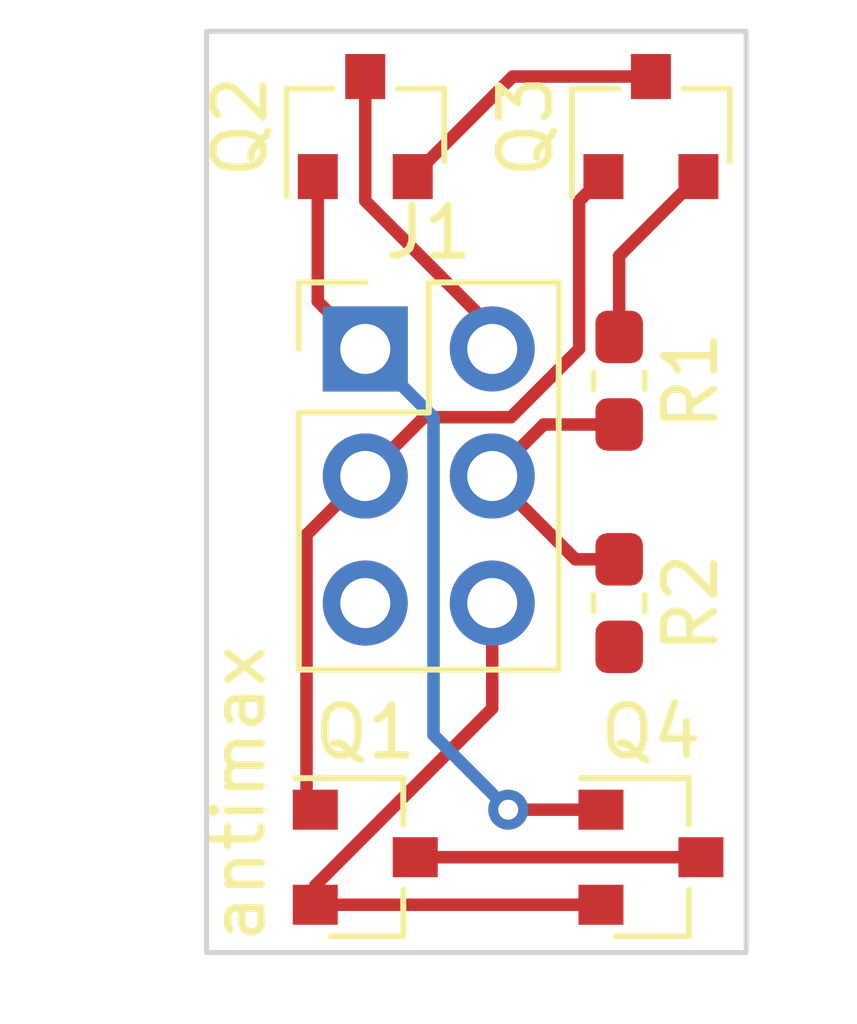
<source format=kicad_pcb>
(kicad_pcb (version 20171130) (host pcbnew 5.1.6)

  (general
    (thickness 1.6)
    (drawings 5)
    (tracks 32)
    (zones 0)
    (modules 7)
    (nets 10)
  )

  (page A4)
  (layers
    (0 F.Cu signal)
    (31 B.Cu signal)
    (32 B.Adhes user)
    (33 F.Adhes user)
    (34 B.Paste user)
    (35 F.Paste user)
    (36 B.SilkS user)
    (37 F.SilkS user)
    (38 B.Mask user)
    (39 F.Mask user)
    (40 Dwgs.User user)
    (41 Cmts.User user)
    (42 Eco1.User user)
    (43 Eco2.User user)
    (44 Edge.Cuts user)
    (45 Margin user)
    (46 B.CrtYd user)
    (47 F.CrtYd user)
    (48 B.Fab user)
    (49 F.Fab user)
  )

  (setup
    (last_trace_width 0.25)
    (user_trace_width 0.3)
    (trace_clearance 0.2)
    (zone_clearance 0.508)
    (zone_45_only no)
    (trace_min 0.2)
    (via_size 0.8)
    (via_drill 0.4)
    (via_min_size 0.4)
    (via_min_drill 0.3)
    (uvia_size 0.3)
    (uvia_drill 0.1)
    (uvias_allowed no)
    (uvia_min_size 0.2)
    (uvia_min_drill 0.1)
    (edge_width 0.05)
    (segment_width 0.2)
    (pcb_text_width 0.3)
    (pcb_text_size 1.5 1.5)
    (mod_edge_width 0.12)
    (mod_text_size 1 1)
    (mod_text_width 0.15)
    (pad_size 1.524 1.524)
    (pad_drill 0.762)
    (pad_to_mask_clearance 0.05)
    (aux_axis_origin 0 0)
    (visible_elements FFFFFF7F)
    (pcbplotparams
      (layerselection 0x010fc_ffffffff)
      (usegerberextensions false)
      (usegerberattributes true)
      (usegerberadvancedattributes true)
      (creategerberjobfile true)
      (excludeedgelayer true)
      (linewidth 0.100000)
      (plotframeref false)
      (viasonmask false)
      (mode 1)
      (useauxorigin false)
      (hpglpennumber 1)
      (hpglpenspeed 20)
      (hpglpendiameter 15.000000)
      (psnegative false)
      (psa4output false)
      (plotreference true)
      (plotvalue true)
      (plotinvisibletext false)
      (padsonsilk false)
      (subtractmaskfromsilk false)
      (outputformat 1)
      (mirror false)
      (drillshape 0)
      (scaleselection 1)
      (outputdirectory ""))
  )

  (net 0 "")
  (net 1 Vss)
  (net 2 "Net-(J1-Pad5)")
  (net 3 Out)
  (net 4 B)
  (net 5 Vdd)
  (net 6 A)
  (net 7 "Net-(Q1-Pad3)")
  (net 8 "Net-(Q2-Pad2)")
  (net 9 "Net-(Q3-Pad2)")

  (net_class Default "This is the default net class."
    (clearance 0.2)
    (trace_width 0.25)
    (via_dia 0.8)
    (via_drill 0.4)
    (uvia_dia 0.3)
    (uvia_drill 0.1)
    (add_net A)
    (add_net B)
    (add_net "Net-(J1-Pad5)")
    (add_net "Net-(Q1-Pad3)")
    (add_net "Net-(Q2-Pad2)")
    (add_net "Net-(Q3-Pad2)")
    (add_net Out)
    (add_net Vdd)
    (add_net Vss)
  )

  (module Resistor_SMD:R_0603_1608Metric_Pad1.05x0.95mm_HandSolder (layer F.Cu) (tedit 5B301BBD) (tstamp 5FDEF431)
    (at 135.89 66.675 270)
    (descr "Resistor SMD 0603 (1608 Metric), square (rectangular) end terminal, IPC_7351 nominal with elongated pad for handsoldering. (Body size source: http://www.tortai-tech.com/upload/download/2011102023233369053.pdf), generated with kicad-footprint-generator")
    (tags "resistor handsolder")
    (path /5FE26934)
    (attr smd)
    (fp_text reference R2 (at 0 -1.43 90) (layer F.SilkS)
      (effects (font (size 1 1) (thickness 0.15)))
    )
    (fp_text value 12k (at 0 1.43 90) (layer F.Fab)
      (effects (font (size 1 1) (thickness 0.15)))
    )
    (fp_line (start 1.65 0.73) (end -1.65 0.73) (layer F.CrtYd) (width 0.05))
    (fp_line (start 1.65 -0.73) (end 1.65 0.73) (layer F.CrtYd) (width 0.05))
    (fp_line (start -1.65 -0.73) (end 1.65 -0.73) (layer F.CrtYd) (width 0.05))
    (fp_line (start -1.65 0.73) (end -1.65 -0.73) (layer F.CrtYd) (width 0.05))
    (fp_line (start -0.171267 0.51) (end 0.171267 0.51) (layer F.SilkS) (width 0.12))
    (fp_line (start -0.171267 -0.51) (end 0.171267 -0.51) (layer F.SilkS) (width 0.12))
    (fp_line (start 0.8 0.4) (end -0.8 0.4) (layer F.Fab) (width 0.1))
    (fp_line (start 0.8 -0.4) (end 0.8 0.4) (layer F.Fab) (width 0.1))
    (fp_line (start -0.8 -0.4) (end 0.8 -0.4) (layer F.Fab) (width 0.1))
    (fp_line (start -0.8 0.4) (end -0.8 -0.4) (layer F.Fab) (width 0.1))
    (fp_text user %R (at 0 0 90) (layer F.Fab)
      (effects (font (size 0.4 0.4) (thickness 0.06)))
    )
    (pad 2 smd roundrect (at 0.875 0 270) (size 1.05 0.95) (layers F.Cu F.Paste F.Mask) (roundrect_rratio 0.25)
      (net 7 "Net-(Q1-Pad3)"))
    (pad 1 smd roundrect (at -0.875 0 270) (size 1.05 0.95) (layers F.Cu F.Paste F.Mask) (roundrect_rratio 0.25)
      (net 3 Out))
    (model ${KISYS3DMOD}/Resistor_SMD.3dshapes/R_0603_1608Metric.wrl
      (at (xyz 0 0 0))
      (scale (xyz 1 1 1))
      (rotate (xyz 0 0 0))
    )
  )

  (module Resistor_SMD:R_0603_1608Metric_Pad1.05x0.95mm_HandSolder (layer F.Cu) (tedit 5B301BBD) (tstamp 5FDEF420)
    (at 135.89 62.23 270)
    (descr "Resistor SMD 0603 (1608 Metric), square (rectangular) end terminal, IPC_7351 nominal with elongated pad for handsoldering. (Body size source: http://www.tortai-tech.com/upload/download/2011102023233369053.pdf), generated with kicad-footprint-generator")
    (tags "resistor handsolder")
    (path /5FDF3FD0)
    (attr smd)
    (fp_text reference R1 (at 0 -1.43 90) (layer F.SilkS)
      (effects (font (size 1 1) (thickness 0.15)))
    )
    (fp_text value 12k (at 0 1.43 90) (layer F.Fab)
      (effects (font (size 1 1) (thickness 0.15)))
    )
    (fp_line (start 1.65 0.73) (end -1.65 0.73) (layer F.CrtYd) (width 0.05))
    (fp_line (start 1.65 -0.73) (end 1.65 0.73) (layer F.CrtYd) (width 0.05))
    (fp_line (start -1.65 -0.73) (end 1.65 -0.73) (layer F.CrtYd) (width 0.05))
    (fp_line (start -1.65 0.73) (end -1.65 -0.73) (layer F.CrtYd) (width 0.05))
    (fp_line (start -0.171267 0.51) (end 0.171267 0.51) (layer F.SilkS) (width 0.12))
    (fp_line (start -0.171267 -0.51) (end 0.171267 -0.51) (layer F.SilkS) (width 0.12))
    (fp_line (start 0.8 0.4) (end -0.8 0.4) (layer F.Fab) (width 0.1))
    (fp_line (start 0.8 -0.4) (end 0.8 0.4) (layer F.Fab) (width 0.1))
    (fp_line (start -0.8 -0.4) (end 0.8 -0.4) (layer F.Fab) (width 0.1))
    (fp_line (start -0.8 0.4) (end -0.8 -0.4) (layer F.Fab) (width 0.1))
    (fp_text user %R (at 0 0 90) (layer F.Fab)
      (effects (font (size 0.4 0.4) (thickness 0.06)))
    )
    (pad 2 smd roundrect (at 0.875 0 270) (size 1.05 0.95) (layers F.Cu F.Paste F.Mask) (roundrect_rratio 0.25)
      (net 3 Out))
    (pad 1 smd roundrect (at -0.875 0 270) (size 1.05 0.95) (layers F.Cu F.Paste F.Mask) (roundrect_rratio 0.25)
      (net 9 "Net-(Q3-Pad2)"))
    (model ${KISYS3DMOD}/Resistor_SMD.3dshapes/R_0603_1608Metric.wrl
      (at (xyz 0 0 0))
      (scale (xyz 1 1 1))
      (rotate (xyz 0 0 0))
    )
  )

  (module Package_TO_SOT_SMD:SOT-23 (layer F.Cu) (tedit 5A02FF57) (tstamp 5FDEF40F)
    (at 136.525 71.755)
    (descr "SOT-23, Standard")
    (tags SOT-23)
    (path /5FE1F5E9)
    (attr smd)
    (fp_text reference Q4 (at 0 -2.5) (layer F.SilkS)
      (effects (font (size 1 1) (thickness 0.15)))
    )
    (fp_text value 2N7002 (at 0 2.5) (layer F.Fab)
      (effects (font (size 1 1) (thickness 0.15)))
    )
    (fp_line (start 0.76 1.58) (end -0.7 1.58) (layer F.SilkS) (width 0.12))
    (fp_line (start 0.76 -1.58) (end -1.4 -1.58) (layer F.SilkS) (width 0.12))
    (fp_line (start -1.7 1.75) (end -1.7 -1.75) (layer F.CrtYd) (width 0.05))
    (fp_line (start 1.7 1.75) (end -1.7 1.75) (layer F.CrtYd) (width 0.05))
    (fp_line (start 1.7 -1.75) (end 1.7 1.75) (layer F.CrtYd) (width 0.05))
    (fp_line (start -1.7 -1.75) (end 1.7 -1.75) (layer F.CrtYd) (width 0.05))
    (fp_line (start 0.76 -1.58) (end 0.76 -0.65) (layer F.SilkS) (width 0.12))
    (fp_line (start 0.76 1.58) (end 0.76 0.65) (layer F.SilkS) (width 0.12))
    (fp_line (start -0.7 1.52) (end 0.7 1.52) (layer F.Fab) (width 0.1))
    (fp_line (start 0.7 -1.52) (end 0.7 1.52) (layer F.Fab) (width 0.1))
    (fp_line (start -0.7 -0.95) (end -0.15 -1.52) (layer F.Fab) (width 0.1))
    (fp_line (start -0.15 -1.52) (end 0.7 -1.52) (layer F.Fab) (width 0.1))
    (fp_line (start -0.7 -0.95) (end -0.7 1.5) (layer F.Fab) (width 0.1))
    (fp_text user %R (at 0 0 90) (layer F.Fab)
      (effects (font (size 0.5 0.5) (thickness 0.075)))
    )
    (pad 3 smd rect (at 1 0) (size 0.9 0.8) (layers F.Cu F.Paste F.Mask)
      (net 7 "Net-(Q1-Pad3)"))
    (pad 2 smd rect (at -1 0.95) (size 0.9 0.8) (layers F.Cu F.Paste F.Mask)
      (net 1 Vss))
    (pad 1 smd rect (at -1 -0.95) (size 0.9 0.8) (layers F.Cu F.Paste F.Mask)
      (net 6 A))
    (model ${KISYS3DMOD}/Package_TO_SOT_SMD.3dshapes/SOT-23.wrl
      (at (xyz 0 0 0))
      (scale (xyz 1 1 1))
      (rotate (xyz 0 0 0))
    )
  )

  (module Package_TO_SOT_SMD:SOT-23 (layer F.Cu) (tedit 5A02FF57) (tstamp 5FDEF3FA)
    (at 136.525 57.15 90)
    (descr "SOT-23, Standard")
    (tags SOT-23)
    (path /5FE1ECAA)
    (attr smd)
    (fp_text reference Q3 (at 0 -2.5 90) (layer F.SilkS)
      (effects (font (size 1 1) (thickness 0.15)))
    )
    (fp_text value BSS84 (at 0 2.5 90) (layer F.Fab)
      (effects (font (size 1 1) (thickness 0.15)))
    )
    (fp_line (start 0.76 1.58) (end -0.7 1.58) (layer F.SilkS) (width 0.12))
    (fp_line (start 0.76 -1.58) (end -1.4 -1.58) (layer F.SilkS) (width 0.12))
    (fp_line (start -1.7 1.75) (end -1.7 -1.75) (layer F.CrtYd) (width 0.05))
    (fp_line (start 1.7 1.75) (end -1.7 1.75) (layer F.CrtYd) (width 0.05))
    (fp_line (start 1.7 -1.75) (end 1.7 1.75) (layer F.CrtYd) (width 0.05))
    (fp_line (start -1.7 -1.75) (end 1.7 -1.75) (layer F.CrtYd) (width 0.05))
    (fp_line (start 0.76 -1.58) (end 0.76 -0.65) (layer F.SilkS) (width 0.12))
    (fp_line (start 0.76 1.58) (end 0.76 0.65) (layer F.SilkS) (width 0.12))
    (fp_line (start -0.7 1.52) (end 0.7 1.52) (layer F.Fab) (width 0.1))
    (fp_line (start 0.7 -1.52) (end 0.7 1.52) (layer F.Fab) (width 0.1))
    (fp_line (start -0.7 -0.95) (end -0.15 -1.52) (layer F.Fab) (width 0.1))
    (fp_line (start -0.15 -1.52) (end 0.7 -1.52) (layer F.Fab) (width 0.1))
    (fp_line (start -0.7 -0.95) (end -0.7 1.5) (layer F.Fab) (width 0.1))
    (fp_text user %R (at 0 0) (layer F.Fab)
      (effects (font (size 0.5 0.5) (thickness 0.075)))
    )
    (pad 3 smd rect (at 1 0 90) (size 0.9 0.8) (layers F.Cu F.Paste F.Mask)
      (net 8 "Net-(Q2-Pad2)"))
    (pad 2 smd rect (at -1 0.95 90) (size 0.9 0.8) (layers F.Cu F.Paste F.Mask)
      (net 9 "Net-(Q3-Pad2)"))
    (pad 1 smd rect (at -1 -0.95 90) (size 0.9 0.8) (layers F.Cu F.Paste F.Mask)
      (net 4 B))
    (model ${KISYS3DMOD}/Package_TO_SOT_SMD.3dshapes/SOT-23.wrl
      (at (xyz 0 0 0))
      (scale (xyz 1 1 1))
      (rotate (xyz 0 0 0))
    )
  )

  (module Package_TO_SOT_SMD:SOT-23 (layer F.Cu) (tedit 5A02FF57) (tstamp 5FDEF3E5)
    (at 130.81 57.15 90)
    (descr "SOT-23, Standard")
    (tags SOT-23)
    (path /5FE1D204)
    (attr smd)
    (fp_text reference Q2 (at 0 -2.5 90) (layer F.SilkS)
      (effects (font (size 1 1) (thickness 0.15)))
    )
    (fp_text value BSS84 (at 0 2.5 90) (layer F.Fab)
      (effects (font (size 1 1) (thickness 0.15)))
    )
    (fp_line (start 0.76 1.58) (end -0.7 1.58) (layer F.SilkS) (width 0.12))
    (fp_line (start 0.76 -1.58) (end -1.4 -1.58) (layer F.SilkS) (width 0.12))
    (fp_line (start -1.7 1.75) (end -1.7 -1.75) (layer F.CrtYd) (width 0.05))
    (fp_line (start 1.7 1.75) (end -1.7 1.75) (layer F.CrtYd) (width 0.05))
    (fp_line (start 1.7 -1.75) (end 1.7 1.75) (layer F.CrtYd) (width 0.05))
    (fp_line (start -1.7 -1.75) (end 1.7 -1.75) (layer F.CrtYd) (width 0.05))
    (fp_line (start 0.76 -1.58) (end 0.76 -0.65) (layer F.SilkS) (width 0.12))
    (fp_line (start 0.76 1.58) (end 0.76 0.65) (layer F.SilkS) (width 0.12))
    (fp_line (start -0.7 1.52) (end 0.7 1.52) (layer F.Fab) (width 0.1))
    (fp_line (start 0.7 -1.52) (end 0.7 1.52) (layer F.Fab) (width 0.1))
    (fp_line (start -0.7 -0.95) (end -0.15 -1.52) (layer F.Fab) (width 0.1))
    (fp_line (start -0.15 -1.52) (end 0.7 -1.52) (layer F.Fab) (width 0.1))
    (fp_line (start -0.7 -0.95) (end -0.7 1.5) (layer F.Fab) (width 0.1))
    (fp_text user %R (at 0 0) (layer F.Fab)
      (effects (font (size 0.5 0.5) (thickness 0.075)))
    )
    (pad 3 smd rect (at 1 0 90) (size 0.9 0.8) (layers F.Cu F.Paste F.Mask)
      (net 5 Vdd))
    (pad 2 smd rect (at -1 0.95 90) (size 0.9 0.8) (layers F.Cu F.Paste F.Mask)
      (net 8 "Net-(Q2-Pad2)"))
    (pad 1 smd rect (at -1 -0.95 90) (size 0.9 0.8) (layers F.Cu F.Paste F.Mask)
      (net 6 A))
    (model ${KISYS3DMOD}/Package_TO_SOT_SMD.3dshapes/SOT-23.wrl
      (at (xyz 0 0 0))
      (scale (xyz 1 1 1))
      (rotate (xyz 0 0 0))
    )
  )

  (module Package_TO_SOT_SMD:SOT-23 (layer F.Cu) (tedit 5A02FF57) (tstamp 5FDEF3D0)
    (at 130.81 71.755)
    (descr "SOT-23, Standard")
    (tags SOT-23)
    (path /5FE2166E)
    (attr smd)
    (fp_text reference Q1 (at 0 -2.5) (layer F.SilkS)
      (effects (font (size 1 1) (thickness 0.15)))
    )
    (fp_text value 2N7002 (at 0 2.5) (layer F.Fab)
      (effects (font (size 1 1) (thickness 0.15)))
    )
    (fp_line (start 0.76 1.58) (end -0.7 1.58) (layer F.SilkS) (width 0.12))
    (fp_line (start 0.76 -1.58) (end -1.4 -1.58) (layer F.SilkS) (width 0.12))
    (fp_line (start -1.7 1.75) (end -1.7 -1.75) (layer F.CrtYd) (width 0.05))
    (fp_line (start 1.7 1.75) (end -1.7 1.75) (layer F.CrtYd) (width 0.05))
    (fp_line (start 1.7 -1.75) (end 1.7 1.75) (layer F.CrtYd) (width 0.05))
    (fp_line (start -1.7 -1.75) (end 1.7 -1.75) (layer F.CrtYd) (width 0.05))
    (fp_line (start 0.76 -1.58) (end 0.76 -0.65) (layer F.SilkS) (width 0.12))
    (fp_line (start 0.76 1.58) (end 0.76 0.65) (layer F.SilkS) (width 0.12))
    (fp_line (start -0.7 1.52) (end 0.7 1.52) (layer F.Fab) (width 0.1))
    (fp_line (start 0.7 -1.52) (end 0.7 1.52) (layer F.Fab) (width 0.1))
    (fp_line (start -0.7 -0.95) (end -0.15 -1.52) (layer F.Fab) (width 0.1))
    (fp_line (start -0.15 -1.52) (end 0.7 -1.52) (layer F.Fab) (width 0.1))
    (fp_line (start -0.7 -0.95) (end -0.7 1.5) (layer F.Fab) (width 0.1))
    (fp_text user %R (at 0 0 90) (layer F.Fab)
      (effects (font (size 0.5 0.5) (thickness 0.075)))
    )
    (pad 3 smd rect (at 1 0) (size 0.9 0.8) (layers F.Cu F.Paste F.Mask)
      (net 7 "Net-(Q1-Pad3)"))
    (pad 2 smd rect (at -1 0.95) (size 0.9 0.8) (layers F.Cu F.Paste F.Mask)
      (net 1 Vss))
    (pad 1 smd rect (at -1 -0.95) (size 0.9 0.8) (layers F.Cu F.Paste F.Mask)
      (net 4 B))
    (model ${KISYS3DMOD}/Package_TO_SOT_SMD.3dshapes/SOT-23.wrl
      (at (xyz 0 0 0))
      (scale (xyz 1 1 1))
      (rotate (xyz 0 0 0))
    )
  )

  (module Connector_PinHeader_2.54mm:PinHeader_2x03_P2.54mm_Vertical (layer F.Cu) (tedit 59FED5CC) (tstamp 5FDEF3BB)
    (at 130.81 61.595)
    (descr "Through hole straight pin header, 2x03, 2.54mm pitch, double rows")
    (tags "Through hole pin header THT 2x03 2.54mm double row")
    (path /5FE2773C)
    (fp_text reference J1 (at 1.27 -2.33) (layer F.SilkS)
      (effects (font (size 1 1) (thickness 0.15)))
    )
    (fp_text value Conn_02x03_Odd_Even (at 1.27 7.41) (layer F.Fab)
      (effects (font (size 1 1) (thickness 0.15)))
    )
    (fp_line (start 4.35 -1.8) (end -1.8 -1.8) (layer F.CrtYd) (width 0.05))
    (fp_line (start 4.35 6.85) (end 4.35 -1.8) (layer F.CrtYd) (width 0.05))
    (fp_line (start -1.8 6.85) (end 4.35 6.85) (layer F.CrtYd) (width 0.05))
    (fp_line (start -1.8 -1.8) (end -1.8 6.85) (layer F.CrtYd) (width 0.05))
    (fp_line (start -1.33 -1.33) (end 0 -1.33) (layer F.SilkS) (width 0.12))
    (fp_line (start -1.33 0) (end -1.33 -1.33) (layer F.SilkS) (width 0.12))
    (fp_line (start 1.27 -1.33) (end 3.87 -1.33) (layer F.SilkS) (width 0.12))
    (fp_line (start 1.27 1.27) (end 1.27 -1.33) (layer F.SilkS) (width 0.12))
    (fp_line (start -1.33 1.27) (end 1.27 1.27) (layer F.SilkS) (width 0.12))
    (fp_line (start 3.87 -1.33) (end 3.87 6.41) (layer F.SilkS) (width 0.12))
    (fp_line (start -1.33 1.27) (end -1.33 6.41) (layer F.SilkS) (width 0.12))
    (fp_line (start -1.33 6.41) (end 3.87 6.41) (layer F.SilkS) (width 0.12))
    (fp_line (start -1.27 0) (end 0 -1.27) (layer F.Fab) (width 0.1))
    (fp_line (start -1.27 6.35) (end -1.27 0) (layer F.Fab) (width 0.1))
    (fp_line (start 3.81 6.35) (end -1.27 6.35) (layer F.Fab) (width 0.1))
    (fp_line (start 3.81 -1.27) (end 3.81 6.35) (layer F.Fab) (width 0.1))
    (fp_line (start 0 -1.27) (end 3.81 -1.27) (layer F.Fab) (width 0.1))
    (fp_text user %R (at 1.27 2.54 90) (layer F.Fab)
      (effects (font (size 1 1) (thickness 0.15)))
    )
    (pad 6 thru_hole oval (at 2.54 5.08) (size 1.7 1.7) (drill 1) (layers *.Cu *.Mask)
      (net 1 Vss))
    (pad 5 thru_hole oval (at 0 5.08) (size 1.7 1.7) (drill 1) (layers *.Cu *.Mask)
      (net 2 "Net-(J1-Pad5)"))
    (pad 4 thru_hole oval (at 2.54 2.54) (size 1.7 1.7) (drill 1) (layers *.Cu *.Mask)
      (net 3 Out))
    (pad 3 thru_hole oval (at 0 2.54) (size 1.7 1.7) (drill 1) (layers *.Cu *.Mask)
      (net 4 B))
    (pad 2 thru_hole oval (at 2.54 0) (size 1.7 1.7) (drill 1) (layers *.Cu *.Mask)
      (net 5 Vdd))
    (pad 1 thru_hole rect (at 0 0) (size 1.7 1.7) (drill 1) (layers *.Cu *.Mask)
      (net 6 A))
    (model ${KISYS3DMOD}/Connector_PinHeader_2.54mm.3dshapes/PinHeader_2x03_P2.54mm_Vertical.wrl
      (at (xyz 0 0 0))
      (scale (xyz 1 1 1))
      (rotate (xyz 0 0 0))
    )
  )

  (gr_line (start 138.43 55.245) (end 138.43 73.66) (layer Edge.Cuts) (width 0.1))
  (gr_line (start 127.635 55.245) (end 138.43 55.245) (layer Edge.Cuts) (width 0.1))
  (gr_line (start 127.635 73.66) (end 127.635 55.245) (layer Edge.Cuts) (width 0.1))
  (gr_line (start 138.43 73.66) (end 127.635 73.66) (layer Edge.Cuts) (width 0.1))
  (gr_text "antimax\n" (at 128.27 70.485 90) (layer F.SilkS)
    (effects (font (size 1 1) (thickness 0.15)))
  )

  (segment (start 133.35 68.779998) (end 133.35 66.675) (width 0.25) (layer F.Cu) (net 1))
  (segment (start 129.81 72.319998) (end 133.35 68.779998) (width 0.25) (layer F.Cu) (net 1))
  (segment (start 129.81 72.705) (end 129.81 72.319998) (width 0.25) (layer F.Cu) (net 1))
  (segment (start 135.525 72.705) (end 129.81 72.705) (width 0.25) (layer F.Cu) (net 1))
  (segment (start 135.015 65.8) (end 133.35 64.135) (width 0.25) (layer F.Cu) (net 3))
  (segment (start 135.89 65.8) (end 135.015 65.8) (width 0.25) (layer F.Cu) (net 3))
  (segment (start 134.38 63.105) (end 133.35 64.135) (width 0.25) (layer F.Cu) (net 3))
  (segment (start 135.89 63.105) (end 134.38 63.105) (width 0.25) (layer F.Cu) (net 3))
  (segment (start 131.985001 62.959999) (end 130.81 64.135) (width 0.25) (layer F.Cu) (net 4))
  (segment (start 135.08999 61.594012) (end 133.724003 62.959999) (width 0.25) (layer F.Cu) (net 4))
  (segment (start 135.08999 58.63501) (end 135.08999 61.594012) (width 0.25) (layer F.Cu) (net 4))
  (segment (start 133.724003 62.959999) (end 131.985001 62.959999) (width 0.25) (layer F.Cu) (net 4))
  (segment (start 135.575 58.15) (end 135.08999 58.63501) (width 0.25) (layer F.Cu) (net 4))
  (segment (start 129.634999 65.310001) (end 130.81 64.135) (width 0.25) (layer F.Cu) (net 4))
  (segment (start 129.634999 70.629999) (end 129.634999 65.310001) (width 0.25) (layer F.Cu) (net 4))
  (segment (start 129.81 70.805) (end 129.634999 70.629999) (width 0.25) (layer F.Cu) (net 4))
  (segment (start 130.81 58.635002) (end 133.35 61.175002) (width 0.25) (layer F.Cu) (net 5))
  (segment (start 133.35 61.175002) (end 133.35 61.595) (width 0.25) (layer F.Cu) (net 5))
  (segment (start 130.81 56.15) (end 130.81 58.635002) (width 0.25) (layer F.Cu) (net 5))
  (segment (start 129.86 60.645) (end 130.81 61.595) (width 0.25) (layer F.Cu) (net 6))
  (segment (start 129.86 58.15) (end 129.86 60.645) (width 0.25) (layer F.Cu) (net 6))
  (segment (start 135.525 70.805) (end 133.67 70.805) (width 0.25) (layer F.Cu) (net 6))
  (segment (start 133.67 70.805) (end 133.67 70.805) (width 0.25) (layer F.Cu) (net 6) (tstamp 5FDEF82D))
  (via (at 133.67 70.805) (size 0.8) (drill 0.4) (layers F.Cu B.Cu) (net 6))
  (segment (start 132.174999 69.309999) (end 132.174999 62.959999) (width 0.25) (layer B.Cu) (net 6))
  (segment (start 132.174999 62.959999) (end 130.81 61.595) (width 0.25) (layer B.Cu) (net 6))
  (segment (start 133.67 70.805) (end 132.174999 69.309999) (width 0.25) (layer B.Cu) (net 6))
  (segment (start 131.81 71.755) (end 137.525 71.755) (width 0.25) (layer F.Cu) (net 7))
  (segment (start 133.76 56.15) (end 136.525 56.15) (width 0.25) (layer F.Cu) (net 8))
  (segment (start 131.76 58.15) (end 133.76 56.15) (width 0.25) (layer F.Cu) (net 8))
  (segment (start 135.89 59.735) (end 137.475 58.15) (width 0.25) (layer F.Cu) (net 9))
  (segment (start 135.89 61.355) (end 135.89 59.735) (width 0.25) (layer F.Cu) (net 9))

)

</source>
